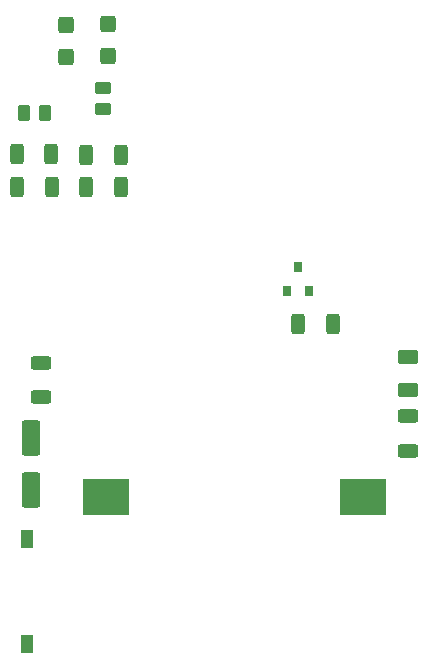
<source format=gtp>
G04 #@! TF.GenerationSoftware,KiCad,Pcbnew,6.0.2+dfsg-1*
G04 #@! TF.CreationDate,2023-08-17T23:32:23+01:00*
G04 #@! TF.ProjectId,TriboeletricSampler,54726962-6f65-46c6-9574-72696353616d,rev?*
G04 #@! TF.SameCoordinates,Original*
G04 #@! TF.FileFunction,Paste,Top*
G04 #@! TF.FilePolarity,Positive*
%FSLAX46Y46*%
G04 Gerber Fmt 4.6, Leading zero omitted, Abs format (unit mm)*
G04 Created by KiCad (PCBNEW 6.0.2+dfsg-1) date 2023-08-17 23:32:23*
%MOMM*%
%LPD*%
G01*
G04 APERTURE LIST*
G04 Aperture macros list*
%AMRoundRect*
0 Rectangle with rounded corners*
0 $1 Rounding radius*
0 $2 $3 $4 $5 $6 $7 $8 $9 X,Y pos of 4 corners*
0 Add a 4 corners polygon primitive as box body*
4,1,4,$2,$3,$4,$5,$6,$7,$8,$9,$2,$3,0*
0 Add four circle primitives for the rounded corners*
1,1,$1+$1,$2,$3*
1,1,$1+$1,$4,$5*
1,1,$1+$1,$6,$7*
1,1,$1+$1,$8,$9*
0 Add four rect primitives between the rounded corners*
20,1,$1+$1,$2,$3,$4,$5,0*
20,1,$1+$1,$4,$5,$6,$7,0*
20,1,$1+$1,$6,$7,$8,$9,0*
20,1,$1+$1,$8,$9,$2,$3,0*%
G04 Aperture macros list end*
%ADD10RoundRect,0.250000X-0.425000X0.450000X-0.425000X-0.450000X0.425000X-0.450000X0.425000X0.450000X0*%
%ADD11RoundRect,0.250000X-0.550000X1.250000X-0.550000X-1.250000X0.550000X-1.250000X0.550000X1.250000X0*%
%ADD12RoundRect,0.250000X0.625000X-0.312500X0.625000X0.312500X-0.625000X0.312500X-0.625000X-0.312500X0*%
%ADD13RoundRect,0.250000X0.312500X0.625000X-0.312500X0.625000X-0.312500X-0.625000X0.312500X-0.625000X0*%
%ADD14RoundRect,0.250000X-0.625000X0.312500X-0.625000X-0.312500X0.625000X-0.312500X0.625000X0.312500X0*%
%ADD15RoundRect,0.250000X-0.312500X-0.625000X0.312500X-0.625000X0.312500X0.625000X-0.312500X0.625000X0*%
%ADD16RoundRect,0.250000X-0.450000X0.262500X-0.450000X-0.262500X0.450000X-0.262500X0.450000X0.262500X0*%
%ADD17RoundRect,0.250000X0.625000X-0.375000X0.625000X0.375000X-0.625000X0.375000X-0.625000X-0.375000X0*%
%ADD18R,0.800000X0.900000*%
%ADD19RoundRect,0.250000X-0.262500X-0.450000X0.262500X-0.450000X0.262500X0.450000X-0.262500X0.450000X0*%
%ADD20R,1.100000X1.500000*%
%ADD21R,3.960000X3.170000*%
G04 APERTURE END LIST*
D10*
X174830825Y-67031045D03*
X174830825Y-69731045D03*
X178457974Y-67005836D03*
X178457974Y-69705836D03*
D11*
X171931105Y-101993430D03*
X171931105Y-106393430D03*
D12*
X203809778Y-103123195D03*
X203809778Y-100198195D03*
D13*
X173651336Y-80749561D03*
X170726336Y-80749561D03*
D14*
X172771695Y-95655624D03*
X172771695Y-98580624D03*
D15*
X176585485Y-78022019D03*
X179510485Y-78022019D03*
D16*
X177987233Y-72372611D03*
X177987233Y-74197611D03*
D17*
X203784586Y-97946580D03*
X203784586Y-95146580D03*
D13*
X197454336Y-92364583D03*
X194529336Y-92364583D03*
D18*
X195455718Y-89534959D03*
X194505718Y-87534959D03*
X193555718Y-89534959D03*
D19*
X171277401Y-74541554D03*
X173102401Y-74541554D03*
D13*
X173633237Y-78010188D03*
X170708237Y-78010188D03*
D15*
X176599292Y-80742060D03*
X179524292Y-80742060D03*
D20*
X171561331Y-110581511D03*
X171561331Y-119481511D03*
D21*
X178238420Y-107051931D03*
X199998420Y-107051931D03*
M02*

</source>
